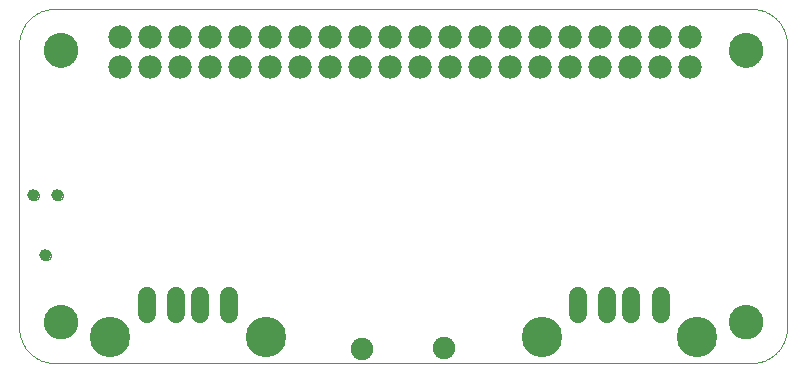
<source format=gbs>
G04 EAGLE Gerber RS-274X export*
G75*
%MOMM*%
%FSLAX34Y34*%
%LPD*%
%INBottom solder mask*%
%IPPOS*%
%AMOC8*
5,1,8,0,0,1.08239X$1,22.5*%
G01*
%ADD10C,0.000000*%
%ADD11C,2.901600*%
%ADD12C,1.901600*%
%ADD13C,1.559600*%
%ADD14C,3.417600*%
%ADD15C,1.981200*%
%ADD16C,0.990600*%


D10*
X29993Y49D02*
X619993Y49D01*
X649993Y30049D02*
X649993Y270000D01*
X619993Y300000D02*
X29993Y300000D01*
X-7Y270000D02*
X-7Y30049D01*
X2Y29324D01*
X28Y28600D01*
X72Y27876D01*
X133Y27154D01*
X212Y26433D01*
X308Y25714D01*
X421Y24998D01*
X552Y24285D01*
X700Y23575D01*
X865Y22870D01*
X1047Y22168D01*
X1246Y21471D01*
X1461Y20778D01*
X1694Y20092D01*
X1943Y19411D01*
X2208Y18736D01*
X2489Y18068D01*
X2787Y17407D01*
X3100Y16753D01*
X3429Y16107D01*
X3774Y15469D01*
X4134Y14840D01*
X4509Y14220D01*
X4899Y13609D01*
X5303Y13007D01*
X5722Y12415D01*
X6156Y11834D01*
X6603Y11263D01*
X7064Y10704D01*
X7538Y10155D01*
X8025Y9619D01*
X8525Y9094D01*
X9038Y8581D01*
X9563Y8081D01*
X10099Y7594D01*
X10648Y7120D01*
X11207Y6659D01*
X11778Y6212D01*
X12359Y5778D01*
X12951Y5359D01*
X13553Y4955D01*
X14164Y4565D01*
X14784Y4190D01*
X15413Y3830D01*
X16051Y3485D01*
X16697Y3156D01*
X17351Y2843D01*
X18012Y2545D01*
X18680Y2264D01*
X19355Y1999D01*
X20036Y1750D01*
X20722Y1517D01*
X21415Y1302D01*
X22112Y1103D01*
X22814Y921D01*
X23519Y756D01*
X24229Y608D01*
X24942Y477D01*
X25658Y364D01*
X26377Y268D01*
X27098Y189D01*
X27820Y128D01*
X28544Y84D01*
X29268Y58D01*
X29993Y49D01*
X619993Y49D02*
X620718Y58D01*
X621442Y84D01*
X622166Y128D01*
X622888Y189D01*
X623609Y268D01*
X624328Y364D01*
X625044Y477D01*
X625757Y608D01*
X626467Y756D01*
X627172Y921D01*
X627874Y1103D01*
X628571Y1302D01*
X629264Y1517D01*
X629950Y1750D01*
X630631Y1999D01*
X631306Y2264D01*
X631974Y2545D01*
X632635Y2843D01*
X633289Y3156D01*
X633935Y3485D01*
X634573Y3830D01*
X635202Y4190D01*
X635822Y4565D01*
X636433Y4955D01*
X637035Y5359D01*
X637627Y5778D01*
X638208Y6212D01*
X638779Y6659D01*
X639338Y7120D01*
X639887Y7594D01*
X640423Y8081D01*
X640948Y8581D01*
X641461Y9094D01*
X641961Y9619D01*
X642448Y10155D01*
X642922Y10704D01*
X643383Y11263D01*
X643830Y11834D01*
X644264Y12415D01*
X644683Y13007D01*
X645087Y13609D01*
X645477Y14220D01*
X645852Y14840D01*
X646212Y15469D01*
X646557Y16107D01*
X646886Y16753D01*
X647199Y17407D01*
X647497Y18068D01*
X647778Y18736D01*
X648043Y19411D01*
X648292Y20092D01*
X648525Y20778D01*
X648740Y21471D01*
X648939Y22168D01*
X649121Y22870D01*
X649286Y23575D01*
X649434Y24285D01*
X649565Y24998D01*
X649678Y25714D01*
X649774Y26433D01*
X649853Y27154D01*
X649914Y27876D01*
X649958Y28600D01*
X649984Y29324D01*
X649993Y30049D01*
X649993Y270000D02*
X649984Y270725D01*
X649958Y271449D01*
X649914Y272173D01*
X649853Y272895D01*
X649774Y273616D01*
X649678Y274335D01*
X649565Y275051D01*
X649434Y275764D01*
X649286Y276474D01*
X649121Y277179D01*
X648939Y277881D01*
X648740Y278578D01*
X648525Y279271D01*
X648292Y279957D01*
X648043Y280638D01*
X647778Y281313D01*
X647497Y281981D01*
X647199Y282642D01*
X646886Y283296D01*
X646557Y283942D01*
X646212Y284580D01*
X645852Y285209D01*
X645477Y285829D01*
X645087Y286440D01*
X644683Y287042D01*
X644264Y287634D01*
X643830Y288215D01*
X643383Y288786D01*
X642922Y289345D01*
X642448Y289894D01*
X641961Y290430D01*
X641461Y290955D01*
X640948Y291468D01*
X640423Y291968D01*
X639887Y292455D01*
X639338Y292929D01*
X638779Y293390D01*
X638208Y293837D01*
X637627Y294271D01*
X637035Y294690D01*
X636433Y295094D01*
X635822Y295484D01*
X635202Y295859D01*
X634573Y296219D01*
X633935Y296564D01*
X633289Y296893D01*
X632635Y297206D01*
X631974Y297504D01*
X631306Y297785D01*
X630631Y298050D01*
X629950Y298299D01*
X629264Y298532D01*
X628571Y298747D01*
X627874Y298946D01*
X627172Y299128D01*
X626467Y299293D01*
X625757Y299441D01*
X625044Y299572D01*
X624328Y299685D01*
X623609Y299781D01*
X622888Y299860D01*
X622166Y299921D01*
X621442Y299965D01*
X620718Y299991D01*
X619993Y300000D01*
X29993Y300000D02*
X29268Y299991D01*
X28544Y299965D01*
X27820Y299921D01*
X27098Y299860D01*
X26377Y299781D01*
X25658Y299685D01*
X24942Y299572D01*
X24229Y299441D01*
X23519Y299293D01*
X22814Y299128D01*
X22112Y298946D01*
X21415Y298747D01*
X20722Y298532D01*
X20036Y298299D01*
X19355Y298050D01*
X18680Y297785D01*
X18012Y297504D01*
X17351Y297206D01*
X16697Y296893D01*
X16051Y296564D01*
X15413Y296219D01*
X14784Y295859D01*
X14164Y295484D01*
X13553Y295094D01*
X12951Y294690D01*
X12359Y294271D01*
X11778Y293837D01*
X11207Y293390D01*
X10648Y292929D01*
X10099Y292455D01*
X9563Y291968D01*
X9038Y291468D01*
X8525Y290955D01*
X8025Y290430D01*
X7538Y289894D01*
X7064Y289345D01*
X6603Y288786D01*
X6156Y288215D01*
X5722Y287634D01*
X5303Y287042D01*
X4899Y286440D01*
X4509Y285829D01*
X4134Y285209D01*
X3774Y284580D01*
X3429Y283942D01*
X3100Y283296D01*
X2787Y282642D01*
X2489Y281981D01*
X2208Y281313D01*
X1943Y280638D01*
X1694Y279957D01*
X1461Y279271D01*
X1246Y278578D01*
X1047Y277881D01*
X865Y277179D01*
X700Y276474D01*
X552Y275764D01*
X421Y275051D01*
X308Y274335D01*
X212Y273616D01*
X133Y272895D01*
X72Y272173D01*
X28Y271449D01*
X2Y270725D01*
X-7Y270000D01*
X20993Y265000D02*
X20997Y265344D01*
X21010Y265687D01*
X21031Y266030D01*
X21060Y266372D01*
X21098Y266714D01*
X21145Y267054D01*
X21199Y267393D01*
X21262Y267731D01*
X21333Y268067D01*
X21413Y268402D01*
X21500Y268734D01*
X21596Y269064D01*
X21700Y269392D01*
X21811Y269716D01*
X21931Y270039D01*
X22059Y270358D01*
X22194Y270673D01*
X22337Y270986D01*
X22488Y271295D01*
X22646Y271600D01*
X22812Y271901D01*
X22985Y272197D01*
X23165Y272490D01*
X23352Y272778D01*
X23547Y273061D01*
X23748Y273340D01*
X23956Y273613D01*
X24171Y273882D01*
X24392Y274144D01*
X24620Y274402D01*
X24854Y274654D01*
X25094Y274899D01*
X25339Y275139D01*
X25591Y275373D01*
X25849Y275601D01*
X26111Y275822D01*
X26380Y276037D01*
X26653Y276245D01*
X26932Y276446D01*
X27215Y276641D01*
X27503Y276828D01*
X27796Y277008D01*
X28092Y277181D01*
X28393Y277347D01*
X28698Y277505D01*
X29007Y277656D01*
X29320Y277799D01*
X29635Y277934D01*
X29954Y278062D01*
X30277Y278182D01*
X30601Y278293D01*
X30929Y278397D01*
X31259Y278493D01*
X31591Y278580D01*
X31926Y278660D01*
X32262Y278731D01*
X32600Y278794D01*
X32939Y278848D01*
X33279Y278895D01*
X33621Y278933D01*
X33963Y278962D01*
X34306Y278983D01*
X34649Y278996D01*
X34993Y279000D01*
X35337Y278996D01*
X35680Y278983D01*
X36023Y278962D01*
X36365Y278933D01*
X36707Y278895D01*
X37047Y278848D01*
X37386Y278794D01*
X37724Y278731D01*
X38060Y278660D01*
X38395Y278580D01*
X38727Y278493D01*
X39057Y278397D01*
X39385Y278293D01*
X39709Y278182D01*
X40032Y278062D01*
X40351Y277934D01*
X40666Y277799D01*
X40979Y277656D01*
X41288Y277505D01*
X41593Y277347D01*
X41894Y277181D01*
X42190Y277008D01*
X42483Y276828D01*
X42771Y276641D01*
X43054Y276446D01*
X43333Y276245D01*
X43606Y276037D01*
X43875Y275822D01*
X44137Y275601D01*
X44395Y275373D01*
X44647Y275139D01*
X44892Y274899D01*
X45132Y274654D01*
X45366Y274402D01*
X45594Y274144D01*
X45815Y273882D01*
X46030Y273613D01*
X46238Y273340D01*
X46439Y273061D01*
X46634Y272778D01*
X46821Y272490D01*
X47001Y272197D01*
X47174Y271901D01*
X47340Y271600D01*
X47498Y271295D01*
X47649Y270986D01*
X47792Y270673D01*
X47927Y270358D01*
X48055Y270039D01*
X48175Y269716D01*
X48286Y269392D01*
X48390Y269064D01*
X48486Y268734D01*
X48573Y268402D01*
X48653Y268067D01*
X48724Y267731D01*
X48787Y267393D01*
X48841Y267054D01*
X48888Y266714D01*
X48926Y266372D01*
X48955Y266030D01*
X48976Y265687D01*
X48989Y265344D01*
X48993Y265000D01*
X48989Y264656D01*
X48976Y264313D01*
X48955Y263970D01*
X48926Y263628D01*
X48888Y263286D01*
X48841Y262946D01*
X48787Y262607D01*
X48724Y262269D01*
X48653Y261933D01*
X48573Y261598D01*
X48486Y261266D01*
X48390Y260936D01*
X48286Y260608D01*
X48175Y260284D01*
X48055Y259961D01*
X47927Y259642D01*
X47792Y259327D01*
X47649Y259014D01*
X47498Y258705D01*
X47340Y258400D01*
X47174Y258099D01*
X47001Y257803D01*
X46821Y257510D01*
X46634Y257222D01*
X46439Y256939D01*
X46238Y256660D01*
X46030Y256387D01*
X45815Y256118D01*
X45594Y255856D01*
X45366Y255598D01*
X45132Y255346D01*
X44892Y255101D01*
X44647Y254861D01*
X44395Y254627D01*
X44137Y254399D01*
X43875Y254178D01*
X43606Y253963D01*
X43333Y253755D01*
X43054Y253554D01*
X42771Y253359D01*
X42483Y253172D01*
X42190Y252992D01*
X41894Y252819D01*
X41593Y252653D01*
X41288Y252495D01*
X40979Y252344D01*
X40666Y252201D01*
X40351Y252066D01*
X40032Y251938D01*
X39709Y251818D01*
X39385Y251707D01*
X39057Y251603D01*
X38727Y251507D01*
X38395Y251420D01*
X38060Y251340D01*
X37724Y251269D01*
X37386Y251206D01*
X37047Y251152D01*
X36707Y251105D01*
X36365Y251067D01*
X36023Y251038D01*
X35680Y251017D01*
X35337Y251004D01*
X34993Y251000D01*
X34649Y251004D01*
X34306Y251017D01*
X33963Y251038D01*
X33621Y251067D01*
X33279Y251105D01*
X32939Y251152D01*
X32600Y251206D01*
X32262Y251269D01*
X31926Y251340D01*
X31591Y251420D01*
X31259Y251507D01*
X30929Y251603D01*
X30601Y251707D01*
X30277Y251818D01*
X29954Y251938D01*
X29635Y252066D01*
X29320Y252201D01*
X29007Y252344D01*
X28698Y252495D01*
X28393Y252653D01*
X28092Y252819D01*
X27796Y252992D01*
X27503Y253172D01*
X27215Y253359D01*
X26932Y253554D01*
X26653Y253755D01*
X26380Y253963D01*
X26111Y254178D01*
X25849Y254399D01*
X25591Y254627D01*
X25339Y254861D01*
X25094Y255101D01*
X24854Y255346D01*
X24620Y255598D01*
X24392Y255856D01*
X24171Y256118D01*
X23956Y256387D01*
X23748Y256660D01*
X23547Y256939D01*
X23352Y257222D01*
X23165Y257510D01*
X22985Y257803D01*
X22812Y258099D01*
X22646Y258400D01*
X22488Y258705D01*
X22337Y259014D01*
X22194Y259327D01*
X22059Y259642D01*
X21931Y259961D01*
X21811Y260284D01*
X21700Y260608D01*
X21596Y260936D01*
X21500Y261266D01*
X21413Y261598D01*
X21333Y261933D01*
X21262Y262269D01*
X21199Y262607D01*
X21145Y262946D01*
X21098Y263286D01*
X21060Y263628D01*
X21031Y263970D01*
X21010Y264313D01*
X20997Y264656D01*
X20993Y265000D01*
D11*
X34993Y265000D03*
D10*
X600993Y265000D02*
X600997Y265344D01*
X601010Y265687D01*
X601031Y266030D01*
X601060Y266372D01*
X601098Y266714D01*
X601145Y267054D01*
X601199Y267393D01*
X601262Y267731D01*
X601333Y268067D01*
X601413Y268402D01*
X601500Y268734D01*
X601596Y269064D01*
X601700Y269392D01*
X601811Y269716D01*
X601931Y270039D01*
X602059Y270358D01*
X602194Y270673D01*
X602337Y270986D01*
X602488Y271295D01*
X602646Y271600D01*
X602812Y271901D01*
X602985Y272197D01*
X603165Y272490D01*
X603352Y272778D01*
X603547Y273061D01*
X603748Y273340D01*
X603956Y273613D01*
X604171Y273882D01*
X604392Y274144D01*
X604620Y274402D01*
X604854Y274654D01*
X605094Y274899D01*
X605339Y275139D01*
X605591Y275373D01*
X605849Y275601D01*
X606111Y275822D01*
X606380Y276037D01*
X606653Y276245D01*
X606932Y276446D01*
X607215Y276641D01*
X607503Y276828D01*
X607796Y277008D01*
X608092Y277181D01*
X608393Y277347D01*
X608698Y277505D01*
X609007Y277656D01*
X609320Y277799D01*
X609635Y277934D01*
X609954Y278062D01*
X610277Y278182D01*
X610601Y278293D01*
X610929Y278397D01*
X611259Y278493D01*
X611591Y278580D01*
X611926Y278660D01*
X612262Y278731D01*
X612600Y278794D01*
X612939Y278848D01*
X613279Y278895D01*
X613621Y278933D01*
X613963Y278962D01*
X614306Y278983D01*
X614649Y278996D01*
X614993Y279000D01*
X615337Y278996D01*
X615680Y278983D01*
X616023Y278962D01*
X616365Y278933D01*
X616707Y278895D01*
X617047Y278848D01*
X617386Y278794D01*
X617724Y278731D01*
X618060Y278660D01*
X618395Y278580D01*
X618727Y278493D01*
X619057Y278397D01*
X619385Y278293D01*
X619709Y278182D01*
X620032Y278062D01*
X620351Y277934D01*
X620666Y277799D01*
X620979Y277656D01*
X621288Y277505D01*
X621593Y277347D01*
X621894Y277181D01*
X622190Y277008D01*
X622483Y276828D01*
X622771Y276641D01*
X623054Y276446D01*
X623333Y276245D01*
X623606Y276037D01*
X623875Y275822D01*
X624137Y275601D01*
X624395Y275373D01*
X624647Y275139D01*
X624892Y274899D01*
X625132Y274654D01*
X625366Y274402D01*
X625594Y274144D01*
X625815Y273882D01*
X626030Y273613D01*
X626238Y273340D01*
X626439Y273061D01*
X626634Y272778D01*
X626821Y272490D01*
X627001Y272197D01*
X627174Y271901D01*
X627340Y271600D01*
X627498Y271295D01*
X627649Y270986D01*
X627792Y270673D01*
X627927Y270358D01*
X628055Y270039D01*
X628175Y269716D01*
X628286Y269392D01*
X628390Y269064D01*
X628486Y268734D01*
X628573Y268402D01*
X628653Y268067D01*
X628724Y267731D01*
X628787Y267393D01*
X628841Y267054D01*
X628888Y266714D01*
X628926Y266372D01*
X628955Y266030D01*
X628976Y265687D01*
X628989Y265344D01*
X628993Y265000D01*
X628989Y264656D01*
X628976Y264313D01*
X628955Y263970D01*
X628926Y263628D01*
X628888Y263286D01*
X628841Y262946D01*
X628787Y262607D01*
X628724Y262269D01*
X628653Y261933D01*
X628573Y261598D01*
X628486Y261266D01*
X628390Y260936D01*
X628286Y260608D01*
X628175Y260284D01*
X628055Y259961D01*
X627927Y259642D01*
X627792Y259327D01*
X627649Y259014D01*
X627498Y258705D01*
X627340Y258400D01*
X627174Y258099D01*
X627001Y257803D01*
X626821Y257510D01*
X626634Y257222D01*
X626439Y256939D01*
X626238Y256660D01*
X626030Y256387D01*
X625815Y256118D01*
X625594Y255856D01*
X625366Y255598D01*
X625132Y255346D01*
X624892Y255101D01*
X624647Y254861D01*
X624395Y254627D01*
X624137Y254399D01*
X623875Y254178D01*
X623606Y253963D01*
X623333Y253755D01*
X623054Y253554D01*
X622771Y253359D01*
X622483Y253172D01*
X622190Y252992D01*
X621894Y252819D01*
X621593Y252653D01*
X621288Y252495D01*
X620979Y252344D01*
X620666Y252201D01*
X620351Y252066D01*
X620032Y251938D01*
X619709Y251818D01*
X619385Y251707D01*
X619057Y251603D01*
X618727Y251507D01*
X618395Y251420D01*
X618060Y251340D01*
X617724Y251269D01*
X617386Y251206D01*
X617047Y251152D01*
X616707Y251105D01*
X616365Y251067D01*
X616023Y251038D01*
X615680Y251017D01*
X615337Y251004D01*
X614993Y251000D01*
X614649Y251004D01*
X614306Y251017D01*
X613963Y251038D01*
X613621Y251067D01*
X613279Y251105D01*
X612939Y251152D01*
X612600Y251206D01*
X612262Y251269D01*
X611926Y251340D01*
X611591Y251420D01*
X611259Y251507D01*
X610929Y251603D01*
X610601Y251707D01*
X610277Y251818D01*
X609954Y251938D01*
X609635Y252066D01*
X609320Y252201D01*
X609007Y252344D01*
X608698Y252495D01*
X608393Y252653D01*
X608092Y252819D01*
X607796Y252992D01*
X607503Y253172D01*
X607215Y253359D01*
X606932Y253554D01*
X606653Y253755D01*
X606380Y253963D01*
X606111Y254178D01*
X605849Y254399D01*
X605591Y254627D01*
X605339Y254861D01*
X605094Y255101D01*
X604854Y255346D01*
X604620Y255598D01*
X604392Y255856D01*
X604171Y256118D01*
X603956Y256387D01*
X603748Y256660D01*
X603547Y256939D01*
X603352Y257222D01*
X603165Y257510D01*
X602985Y257803D01*
X602812Y258099D01*
X602646Y258400D01*
X602488Y258705D01*
X602337Y259014D01*
X602194Y259327D01*
X602059Y259642D01*
X601931Y259961D01*
X601811Y260284D01*
X601700Y260608D01*
X601596Y260936D01*
X601500Y261266D01*
X601413Y261598D01*
X601333Y261933D01*
X601262Y262269D01*
X601199Y262607D01*
X601145Y262946D01*
X601098Y263286D01*
X601060Y263628D01*
X601031Y263970D01*
X601010Y264313D01*
X600997Y264656D01*
X600993Y265000D01*
D11*
X614993Y265000D03*
D10*
X20993Y35049D02*
X20997Y35393D01*
X21010Y35736D01*
X21031Y36079D01*
X21060Y36421D01*
X21098Y36763D01*
X21145Y37103D01*
X21199Y37442D01*
X21262Y37780D01*
X21333Y38116D01*
X21413Y38451D01*
X21500Y38783D01*
X21596Y39113D01*
X21700Y39441D01*
X21811Y39765D01*
X21931Y40088D01*
X22059Y40407D01*
X22194Y40722D01*
X22337Y41035D01*
X22488Y41344D01*
X22646Y41649D01*
X22812Y41950D01*
X22985Y42246D01*
X23165Y42539D01*
X23352Y42827D01*
X23547Y43110D01*
X23748Y43389D01*
X23956Y43662D01*
X24171Y43931D01*
X24392Y44193D01*
X24620Y44451D01*
X24854Y44703D01*
X25094Y44948D01*
X25339Y45188D01*
X25591Y45422D01*
X25849Y45650D01*
X26111Y45871D01*
X26380Y46086D01*
X26653Y46294D01*
X26932Y46495D01*
X27215Y46690D01*
X27503Y46877D01*
X27796Y47057D01*
X28092Y47230D01*
X28393Y47396D01*
X28698Y47554D01*
X29007Y47705D01*
X29320Y47848D01*
X29635Y47983D01*
X29954Y48111D01*
X30277Y48231D01*
X30601Y48342D01*
X30929Y48446D01*
X31259Y48542D01*
X31591Y48629D01*
X31926Y48709D01*
X32262Y48780D01*
X32600Y48843D01*
X32939Y48897D01*
X33279Y48944D01*
X33621Y48982D01*
X33963Y49011D01*
X34306Y49032D01*
X34649Y49045D01*
X34993Y49049D01*
X35337Y49045D01*
X35680Y49032D01*
X36023Y49011D01*
X36365Y48982D01*
X36707Y48944D01*
X37047Y48897D01*
X37386Y48843D01*
X37724Y48780D01*
X38060Y48709D01*
X38395Y48629D01*
X38727Y48542D01*
X39057Y48446D01*
X39385Y48342D01*
X39709Y48231D01*
X40032Y48111D01*
X40351Y47983D01*
X40666Y47848D01*
X40979Y47705D01*
X41288Y47554D01*
X41593Y47396D01*
X41894Y47230D01*
X42190Y47057D01*
X42483Y46877D01*
X42771Y46690D01*
X43054Y46495D01*
X43333Y46294D01*
X43606Y46086D01*
X43875Y45871D01*
X44137Y45650D01*
X44395Y45422D01*
X44647Y45188D01*
X44892Y44948D01*
X45132Y44703D01*
X45366Y44451D01*
X45594Y44193D01*
X45815Y43931D01*
X46030Y43662D01*
X46238Y43389D01*
X46439Y43110D01*
X46634Y42827D01*
X46821Y42539D01*
X47001Y42246D01*
X47174Y41950D01*
X47340Y41649D01*
X47498Y41344D01*
X47649Y41035D01*
X47792Y40722D01*
X47927Y40407D01*
X48055Y40088D01*
X48175Y39765D01*
X48286Y39441D01*
X48390Y39113D01*
X48486Y38783D01*
X48573Y38451D01*
X48653Y38116D01*
X48724Y37780D01*
X48787Y37442D01*
X48841Y37103D01*
X48888Y36763D01*
X48926Y36421D01*
X48955Y36079D01*
X48976Y35736D01*
X48989Y35393D01*
X48993Y35049D01*
X48989Y34705D01*
X48976Y34362D01*
X48955Y34019D01*
X48926Y33677D01*
X48888Y33335D01*
X48841Y32995D01*
X48787Y32656D01*
X48724Y32318D01*
X48653Y31982D01*
X48573Y31647D01*
X48486Y31315D01*
X48390Y30985D01*
X48286Y30657D01*
X48175Y30333D01*
X48055Y30010D01*
X47927Y29691D01*
X47792Y29376D01*
X47649Y29063D01*
X47498Y28754D01*
X47340Y28449D01*
X47174Y28148D01*
X47001Y27852D01*
X46821Y27559D01*
X46634Y27271D01*
X46439Y26988D01*
X46238Y26709D01*
X46030Y26436D01*
X45815Y26167D01*
X45594Y25905D01*
X45366Y25647D01*
X45132Y25395D01*
X44892Y25150D01*
X44647Y24910D01*
X44395Y24676D01*
X44137Y24448D01*
X43875Y24227D01*
X43606Y24012D01*
X43333Y23804D01*
X43054Y23603D01*
X42771Y23408D01*
X42483Y23221D01*
X42190Y23041D01*
X41894Y22868D01*
X41593Y22702D01*
X41288Y22544D01*
X40979Y22393D01*
X40666Y22250D01*
X40351Y22115D01*
X40032Y21987D01*
X39709Y21867D01*
X39385Y21756D01*
X39057Y21652D01*
X38727Y21556D01*
X38395Y21469D01*
X38060Y21389D01*
X37724Y21318D01*
X37386Y21255D01*
X37047Y21201D01*
X36707Y21154D01*
X36365Y21116D01*
X36023Y21087D01*
X35680Y21066D01*
X35337Y21053D01*
X34993Y21049D01*
X34649Y21053D01*
X34306Y21066D01*
X33963Y21087D01*
X33621Y21116D01*
X33279Y21154D01*
X32939Y21201D01*
X32600Y21255D01*
X32262Y21318D01*
X31926Y21389D01*
X31591Y21469D01*
X31259Y21556D01*
X30929Y21652D01*
X30601Y21756D01*
X30277Y21867D01*
X29954Y21987D01*
X29635Y22115D01*
X29320Y22250D01*
X29007Y22393D01*
X28698Y22544D01*
X28393Y22702D01*
X28092Y22868D01*
X27796Y23041D01*
X27503Y23221D01*
X27215Y23408D01*
X26932Y23603D01*
X26653Y23804D01*
X26380Y24012D01*
X26111Y24227D01*
X25849Y24448D01*
X25591Y24676D01*
X25339Y24910D01*
X25094Y25150D01*
X24854Y25395D01*
X24620Y25647D01*
X24392Y25905D01*
X24171Y26167D01*
X23956Y26436D01*
X23748Y26709D01*
X23547Y26988D01*
X23352Y27271D01*
X23165Y27559D01*
X22985Y27852D01*
X22812Y28148D01*
X22646Y28449D01*
X22488Y28754D01*
X22337Y29063D01*
X22194Y29376D01*
X22059Y29691D01*
X21931Y30010D01*
X21811Y30333D01*
X21700Y30657D01*
X21596Y30985D01*
X21500Y31315D01*
X21413Y31647D01*
X21333Y31982D01*
X21262Y32318D01*
X21199Y32656D01*
X21145Y32995D01*
X21098Y33335D01*
X21060Y33677D01*
X21031Y34019D01*
X21010Y34362D01*
X20997Y34705D01*
X20993Y35049D01*
D11*
X34993Y35049D03*
D10*
X600993Y35049D02*
X600997Y35393D01*
X601010Y35736D01*
X601031Y36079D01*
X601060Y36421D01*
X601098Y36763D01*
X601145Y37103D01*
X601199Y37442D01*
X601262Y37780D01*
X601333Y38116D01*
X601413Y38451D01*
X601500Y38783D01*
X601596Y39113D01*
X601700Y39441D01*
X601811Y39765D01*
X601931Y40088D01*
X602059Y40407D01*
X602194Y40722D01*
X602337Y41035D01*
X602488Y41344D01*
X602646Y41649D01*
X602812Y41950D01*
X602985Y42246D01*
X603165Y42539D01*
X603352Y42827D01*
X603547Y43110D01*
X603748Y43389D01*
X603956Y43662D01*
X604171Y43931D01*
X604392Y44193D01*
X604620Y44451D01*
X604854Y44703D01*
X605094Y44948D01*
X605339Y45188D01*
X605591Y45422D01*
X605849Y45650D01*
X606111Y45871D01*
X606380Y46086D01*
X606653Y46294D01*
X606932Y46495D01*
X607215Y46690D01*
X607503Y46877D01*
X607796Y47057D01*
X608092Y47230D01*
X608393Y47396D01*
X608698Y47554D01*
X609007Y47705D01*
X609320Y47848D01*
X609635Y47983D01*
X609954Y48111D01*
X610277Y48231D01*
X610601Y48342D01*
X610929Y48446D01*
X611259Y48542D01*
X611591Y48629D01*
X611926Y48709D01*
X612262Y48780D01*
X612600Y48843D01*
X612939Y48897D01*
X613279Y48944D01*
X613621Y48982D01*
X613963Y49011D01*
X614306Y49032D01*
X614649Y49045D01*
X614993Y49049D01*
X615337Y49045D01*
X615680Y49032D01*
X616023Y49011D01*
X616365Y48982D01*
X616707Y48944D01*
X617047Y48897D01*
X617386Y48843D01*
X617724Y48780D01*
X618060Y48709D01*
X618395Y48629D01*
X618727Y48542D01*
X619057Y48446D01*
X619385Y48342D01*
X619709Y48231D01*
X620032Y48111D01*
X620351Y47983D01*
X620666Y47848D01*
X620979Y47705D01*
X621288Y47554D01*
X621593Y47396D01*
X621894Y47230D01*
X622190Y47057D01*
X622483Y46877D01*
X622771Y46690D01*
X623054Y46495D01*
X623333Y46294D01*
X623606Y46086D01*
X623875Y45871D01*
X624137Y45650D01*
X624395Y45422D01*
X624647Y45188D01*
X624892Y44948D01*
X625132Y44703D01*
X625366Y44451D01*
X625594Y44193D01*
X625815Y43931D01*
X626030Y43662D01*
X626238Y43389D01*
X626439Y43110D01*
X626634Y42827D01*
X626821Y42539D01*
X627001Y42246D01*
X627174Y41950D01*
X627340Y41649D01*
X627498Y41344D01*
X627649Y41035D01*
X627792Y40722D01*
X627927Y40407D01*
X628055Y40088D01*
X628175Y39765D01*
X628286Y39441D01*
X628390Y39113D01*
X628486Y38783D01*
X628573Y38451D01*
X628653Y38116D01*
X628724Y37780D01*
X628787Y37442D01*
X628841Y37103D01*
X628888Y36763D01*
X628926Y36421D01*
X628955Y36079D01*
X628976Y35736D01*
X628989Y35393D01*
X628993Y35049D01*
X628989Y34705D01*
X628976Y34362D01*
X628955Y34019D01*
X628926Y33677D01*
X628888Y33335D01*
X628841Y32995D01*
X628787Y32656D01*
X628724Y32318D01*
X628653Y31982D01*
X628573Y31647D01*
X628486Y31315D01*
X628390Y30985D01*
X628286Y30657D01*
X628175Y30333D01*
X628055Y30010D01*
X627927Y29691D01*
X627792Y29376D01*
X627649Y29063D01*
X627498Y28754D01*
X627340Y28449D01*
X627174Y28148D01*
X627001Y27852D01*
X626821Y27559D01*
X626634Y27271D01*
X626439Y26988D01*
X626238Y26709D01*
X626030Y26436D01*
X625815Y26167D01*
X625594Y25905D01*
X625366Y25647D01*
X625132Y25395D01*
X624892Y25150D01*
X624647Y24910D01*
X624395Y24676D01*
X624137Y24448D01*
X623875Y24227D01*
X623606Y24012D01*
X623333Y23804D01*
X623054Y23603D01*
X622771Y23408D01*
X622483Y23221D01*
X622190Y23041D01*
X621894Y22868D01*
X621593Y22702D01*
X621288Y22544D01*
X620979Y22393D01*
X620666Y22250D01*
X620351Y22115D01*
X620032Y21987D01*
X619709Y21867D01*
X619385Y21756D01*
X619057Y21652D01*
X618727Y21556D01*
X618395Y21469D01*
X618060Y21389D01*
X617724Y21318D01*
X617386Y21255D01*
X617047Y21201D01*
X616707Y21154D01*
X616365Y21116D01*
X616023Y21087D01*
X615680Y21066D01*
X615337Y21053D01*
X614993Y21049D01*
X614649Y21053D01*
X614306Y21066D01*
X613963Y21087D01*
X613621Y21116D01*
X613279Y21154D01*
X612939Y21201D01*
X612600Y21255D01*
X612262Y21318D01*
X611926Y21389D01*
X611591Y21469D01*
X611259Y21556D01*
X610929Y21652D01*
X610601Y21756D01*
X610277Y21867D01*
X609954Y21987D01*
X609635Y22115D01*
X609320Y22250D01*
X609007Y22393D01*
X608698Y22544D01*
X608393Y22702D01*
X608092Y22868D01*
X607796Y23041D01*
X607503Y23221D01*
X607215Y23408D01*
X606932Y23603D01*
X606653Y23804D01*
X606380Y24012D01*
X606111Y24227D01*
X605849Y24448D01*
X605591Y24676D01*
X605339Y24910D01*
X605094Y25150D01*
X604854Y25395D01*
X604620Y25647D01*
X604392Y25905D01*
X604171Y26167D01*
X603956Y26436D01*
X603748Y26709D01*
X603547Y26988D01*
X603352Y27271D01*
X603165Y27559D01*
X602985Y27852D01*
X602812Y28148D01*
X602646Y28449D01*
X602488Y28754D01*
X602337Y29063D01*
X602194Y29376D01*
X602059Y29691D01*
X601931Y30010D01*
X601811Y30333D01*
X601700Y30657D01*
X601596Y30985D01*
X601500Y31315D01*
X601413Y31647D01*
X601333Y31982D01*
X601262Y32318D01*
X601199Y32656D01*
X601145Y32995D01*
X601098Y33335D01*
X601060Y33677D01*
X601031Y34019D01*
X601010Y34362D01*
X600997Y34705D01*
X600993Y35049D01*
D11*
X614993Y35049D03*
D12*
X289948Y12192D03*
X359798Y12700D03*
D13*
X132875Y42035D02*
X132875Y56615D01*
X152875Y56615D02*
X152875Y42035D01*
X107875Y42035D02*
X107875Y56615D01*
X177875Y56615D02*
X177875Y42035D01*
D14*
X77175Y22225D03*
X208575Y22225D03*
D13*
X498000Y42035D02*
X498000Y56615D01*
X518000Y56615D02*
X518000Y42035D01*
X473000Y42035D02*
X473000Y56615D01*
X543000Y56615D02*
X543000Y42035D01*
D14*
X442300Y22225D03*
X573700Y22225D03*
D15*
X110700Y276225D03*
X136100Y276225D03*
X161500Y276225D03*
X186900Y276225D03*
X212300Y276225D03*
X237700Y276225D03*
X263100Y276225D03*
X288500Y276225D03*
X313900Y276225D03*
X339300Y276225D03*
X364700Y276225D03*
X390100Y276225D03*
X415500Y276225D03*
X440900Y276225D03*
X466400Y276225D03*
X491700Y276225D03*
X517100Y276225D03*
X542500Y276225D03*
X567900Y276225D03*
X110700Y250825D03*
X136100Y250825D03*
X161500Y250825D03*
X186900Y250825D03*
X212300Y250825D03*
X237700Y250825D03*
X263100Y250825D03*
X288500Y250825D03*
X313900Y250825D03*
X339300Y250825D03*
X364700Y250825D03*
X390100Y250825D03*
X415500Y250825D03*
X440900Y250825D03*
X466300Y250825D03*
X491700Y250825D03*
X517100Y250825D03*
X542500Y250825D03*
X567900Y250825D03*
X85300Y276225D03*
X85300Y250825D03*
D10*
X17780Y91440D02*
X17782Y91573D01*
X17788Y91706D01*
X17798Y91838D01*
X17812Y91971D01*
X17830Y92102D01*
X17851Y92234D01*
X17877Y92364D01*
X17907Y92494D01*
X17940Y92623D01*
X17977Y92750D01*
X18019Y92877D01*
X18063Y93002D01*
X18112Y93126D01*
X18164Y93248D01*
X18220Y93369D01*
X18280Y93488D01*
X18343Y93605D01*
X18409Y93720D01*
X18479Y93833D01*
X18552Y93944D01*
X18629Y94053D01*
X18709Y94159D01*
X18792Y94263D01*
X18878Y94365D01*
X18967Y94463D01*
X19058Y94559D01*
X19153Y94653D01*
X19251Y94743D01*
X19351Y94831D01*
X19454Y94915D01*
X19559Y94997D01*
X19666Y95075D01*
X19776Y95150D01*
X19888Y95221D01*
X20003Y95289D01*
X20119Y95354D01*
X20237Y95416D01*
X20357Y95473D01*
X20478Y95527D01*
X20601Y95578D01*
X20726Y95624D01*
X20851Y95667D01*
X20979Y95707D01*
X21107Y95742D01*
X21236Y95774D01*
X21366Y95801D01*
X21497Y95825D01*
X21628Y95845D01*
X21760Y95861D01*
X21893Y95873D01*
X22026Y95881D01*
X22159Y95885D01*
X22291Y95885D01*
X22424Y95881D01*
X22557Y95873D01*
X22690Y95861D01*
X22822Y95845D01*
X22953Y95825D01*
X23084Y95801D01*
X23214Y95774D01*
X23343Y95742D01*
X23471Y95707D01*
X23599Y95667D01*
X23724Y95624D01*
X23849Y95578D01*
X23972Y95527D01*
X24093Y95473D01*
X24213Y95416D01*
X24331Y95354D01*
X24448Y95289D01*
X24562Y95221D01*
X24674Y95150D01*
X24784Y95075D01*
X24891Y94997D01*
X24996Y94915D01*
X25099Y94831D01*
X25199Y94743D01*
X25297Y94653D01*
X25392Y94559D01*
X25483Y94463D01*
X25572Y94365D01*
X25658Y94263D01*
X25741Y94159D01*
X25821Y94053D01*
X25898Y93944D01*
X25971Y93833D01*
X26041Y93720D01*
X26107Y93605D01*
X26170Y93488D01*
X26230Y93369D01*
X26286Y93248D01*
X26338Y93126D01*
X26387Y93002D01*
X26431Y92877D01*
X26473Y92750D01*
X26510Y92623D01*
X26543Y92494D01*
X26573Y92364D01*
X26599Y92234D01*
X26620Y92102D01*
X26638Y91971D01*
X26652Y91838D01*
X26662Y91706D01*
X26668Y91573D01*
X26670Y91440D01*
X26668Y91307D01*
X26662Y91174D01*
X26652Y91042D01*
X26638Y90909D01*
X26620Y90778D01*
X26599Y90646D01*
X26573Y90516D01*
X26543Y90386D01*
X26510Y90257D01*
X26473Y90130D01*
X26431Y90003D01*
X26387Y89878D01*
X26338Y89754D01*
X26286Y89632D01*
X26230Y89511D01*
X26170Y89392D01*
X26107Y89275D01*
X26041Y89160D01*
X25971Y89047D01*
X25898Y88936D01*
X25821Y88827D01*
X25741Y88721D01*
X25658Y88617D01*
X25572Y88515D01*
X25483Y88417D01*
X25392Y88321D01*
X25297Y88227D01*
X25199Y88137D01*
X25099Y88049D01*
X24996Y87965D01*
X24891Y87883D01*
X24784Y87805D01*
X24674Y87730D01*
X24562Y87659D01*
X24447Y87591D01*
X24331Y87526D01*
X24213Y87464D01*
X24093Y87407D01*
X23972Y87353D01*
X23849Y87302D01*
X23724Y87256D01*
X23599Y87213D01*
X23471Y87173D01*
X23343Y87138D01*
X23214Y87106D01*
X23084Y87079D01*
X22953Y87055D01*
X22822Y87035D01*
X22690Y87019D01*
X22557Y87007D01*
X22424Y86999D01*
X22291Y86995D01*
X22159Y86995D01*
X22026Y86999D01*
X21893Y87007D01*
X21760Y87019D01*
X21628Y87035D01*
X21497Y87055D01*
X21366Y87079D01*
X21236Y87106D01*
X21107Y87138D01*
X20979Y87173D01*
X20851Y87213D01*
X20726Y87256D01*
X20601Y87302D01*
X20478Y87353D01*
X20357Y87407D01*
X20237Y87464D01*
X20119Y87526D01*
X20002Y87591D01*
X19888Y87659D01*
X19776Y87730D01*
X19666Y87805D01*
X19559Y87883D01*
X19454Y87965D01*
X19351Y88049D01*
X19251Y88137D01*
X19153Y88227D01*
X19058Y88321D01*
X18967Y88417D01*
X18878Y88515D01*
X18792Y88617D01*
X18709Y88721D01*
X18629Y88827D01*
X18552Y88936D01*
X18479Y89047D01*
X18409Y89160D01*
X18343Y89275D01*
X18280Y89392D01*
X18220Y89511D01*
X18164Y89632D01*
X18112Y89754D01*
X18063Y89878D01*
X18019Y90003D01*
X17977Y90130D01*
X17940Y90257D01*
X17907Y90386D01*
X17877Y90516D01*
X17851Y90646D01*
X17830Y90778D01*
X17812Y90909D01*
X17798Y91042D01*
X17788Y91174D01*
X17782Y91307D01*
X17780Y91440D01*
D16*
X22225Y91440D03*
D10*
X27940Y142240D02*
X27942Y142373D01*
X27948Y142506D01*
X27958Y142638D01*
X27972Y142771D01*
X27990Y142902D01*
X28011Y143034D01*
X28037Y143164D01*
X28067Y143294D01*
X28100Y143423D01*
X28137Y143550D01*
X28179Y143677D01*
X28223Y143802D01*
X28272Y143926D01*
X28324Y144048D01*
X28380Y144169D01*
X28440Y144288D01*
X28503Y144405D01*
X28569Y144520D01*
X28639Y144633D01*
X28712Y144744D01*
X28789Y144853D01*
X28869Y144959D01*
X28952Y145063D01*
X29038Y145165D01*
X29127Y145263D01*
X29218Y145359D01*
X29313Y145453D01*
X29411Y145543D01*
X29511Y145631D01*
X29614Y145715D01*
X29719Y145797D01*
X29826Y145875D01*
X29936Y145950D01*
X30048Y146021D01*
X30163Y146089D01*
X30279Y146154D01*
X30397Y146216D01*
X30517Y146273D01*
X30638Y146327D01*
X30761Y146378D01*
X30886Y146424D01*
X31011Y146467D01*
X31139Y146507D01*
X31267Y146542D01*
X31396Y146574D01*
X31526Y146601D01*
X31657Y146625D01*
X31788Y146645D01*
X31920Y146661D01*
X32053Y146673D01*
X32186Y146681D01*
X32319Y146685D01*
X32451Y146685D01*
X32584Y146681D01*
X32717Y146673D01*
X32850Y146661D01*
X32982Y146645D01*
X33113Y146625D01*
X33244Y146601D01*
X33374Y146574D01*
X33503Y146542D01*
X33631Y146507D01*
X33759Y146467D01*
X33884Y146424D01*
X34009Y146378D01*
X34132Y146327D01*
X34253Y146273D01*
X34373Y146216D01*
X34491Y146154D01*
X34608Y146089D01*
X34722Y146021D01*
X34834Y145950D01*
X34944Y145875D01*
X35051Y145797D01*
X35156Y145715D01*
X35259Y145631D01*
X35359Y145543D01*
X35457Y145453D01*
X35552Y145359D01*
X35643Y145263D01*
X35732Y145165D01*
X35818Y145063D01*
X35901Y144959D01*
X35981Y144853D01*
X36058Y144744D01*
X36131Y144633D01*
X36201Y144520D01*
X36267Y144405D01*
X36330Y144288D01*
X36390Y144169D01*
X36446Y144048D01*
X36498Y143926D01*
X36547Y143802D01*
X36591Y143677D01*
X36633Y143550D01*
X36670Y143423D01*
X36703Y143294D01*
X36733Y143164D01*
X36759Y143034D01*
X36780Y142902D01*
X36798Y142771D01*
X36812Y142638D01*
X36822Y142506D01*
X36828Y142373D01*
X36830Y142240D01*
X36828Y142107D01*
X36822Y141974D01*
X36812Y141842D01*
X36798Y141709D01*
X36780Y141578D01*
X36759Y141446D01*
X36733Y141316D01*
X36703Y141186D01*
X36670Y141057D01*
X36633Y140930D01*
X36591Y140803D01*
X36547Y140678D01*
X36498Y140554D01*
X36446Y140432D01*
X36390Y140311D01*
X36330Y140192D01*
X36267Y140075D01*
X36201Y139960D01*
X36131Y139847D01*
X36058Y139736D01*
X35981Y139627D01*
X35901Y139521D01*
X35818Y139417D01*
X35732Y139315D01*
X35643Y139217D01*
X35552Y139121D01*
X35457Y139027D01*
X35359Y138937D01*
X35259Y138849D01*
X35156Y138765D01*
X35051Y138683D01*
X34944Y138605D01*
X34834Y138530D01*
X34722Y138459D01*
X34607Y138391D01*
X34491Y138326D01*
X34373Y138264D01*
X34253Y138207D01*
X34132Y138153D01*
X34009Y138102D01*
X33884Y138056D01*
X33759Y138013D01*
X33631Y137973D01*
X33503Y137938D01*
X33374Y137906D01*
X33244Y137879D01*
X33113Y137855D01*
X32982Y137835D01*
X32850Y137819D01*
X32717Y137807D01*
X32584Y137799D01*
X32451Y137795D01*
X32319Y137795D01*
X32186Y137799D01*
X32053Y137807D01*
X31920Y137819D01*
X31788Y137835D01*
X31657Y137855D01*
X31526Y137879D01*
X31396Y137906D01*
X31267Y137938D01*
X31139Y137973D01*
X31011Y138013D01*
X30886Y138056D01*
X30761Y138102D01*
X30638Y138153D01*
X30517Y138207D01*
X30397Y138264D01*
X30279Y138326D01*
X30162Y138391D01*
X30048Y138459D01*
X29936Y138530D01*
X29826Y138605D01*
X29719Y138683D01*
X29614Y138765D01*
X29511Y138849D01*
X29411Y138937D01*
X29313Y139027D01*
X29218Y139121D01*
X29127Y139217D01*
X29038Y139315D01*
X28952Y139417D01*
X28869Y139521D01*
X28789Y139627D01*
X28712Y139736D01*
X28639Y139847D01*
X28569Y139960D01*
X28503Y140075D01*
X28440Y140192D01*
X28380Y140311D01*
X28324Y140432D01*
X28272Y140554D01*
X28223Y140678D01*
X28179Y140803D01*
X28137Y140930D01*
X28100Y141057D01*
X28067Y141186D01*
X28037Y141316D01*
X28011Y141446D01*
X27990Y141578D01*
X27972Y141709D01*
X27958Y141842D01*
X27948Y141974D01*
X27942Y142107D01*
X27940Y142240D01*
D16*
X32385Y142240D03*
D10*
X7620Y142240D02*
X7622Y142373D01*
X7628Y142506D01*
X7638Y142638D01*
X7652Y142771D01*
X7670Y142902D01*
X7691Y143034D01*
X7717Y143164D01*
X7747Y143294D01*
X7780Y143423D01*
X7817Y143550D01*
X7859Y143677D01*
X7903Y143802D01*
X7952Y143926D01*
X8004Y144048D01*
X8060Y144169D01*
X8120Y144288D01*
X8183Y144405D01*
X8249Y144520D01*
X8319Y144633D01*
X8392Y144744D01*
X8469Y144853D01*
X8549Y144959D01*
X8632Y145063D01*
X8718Y145165D01*
X8807Y145263D01*
X8898Y145359D01*
X8993Y145453D01*
X9091Y145543D01*
X9191Y145631D01*
X9294Y145715D01*
X9399Y145797D01*
X9506Y145875D01*
X9616Y145950D01*
X9728Y146021D01*
X9843Y146089D01*
X9959Y146154D01*
X10077Y146216D01*
X10197Y146273D01*
X10318Y146327D01*
X10441Y146378D01*
X10566Y146424D01*
X10691Y146467D01*
X10819Y146507D01*
X10947Y146542D01*
X11076Y146574D01*
X11206Y146601D01*
X11337Y146625D01*
X11468Y146645D01*
X11600Y146661D01*
X11733Y146673D01*
X11866Y146681D01*
X11999Y146685D01*
X12131Y146685D01*
X12264Y146681D01*
X12397Y146673D01*
X12530Y146661D01*
X12662Y146645D01*
X12793Y146625D01*
X12924Y146601D01*
X13054Y146574D01*
X13183Y146542D01*
X13311Y146507D01*
X13439Y146467D01*
X13564Y146424D01*
X13689Y146378D01*
X13812Y146327D01*
X13933Y146273D01*
X14053Y146216D01*
X14171Y146154D01*
X14288Y146089D01*
X14402Y146021D01*
X14514Y145950D01*
X14624Y145875D01*
X14731Y145797D01*
X14836Y145715D01*
X14939Y145631D01*
X15039Y145543D01*
X15137Y145453D01*
X15232Y145359D01*
X15323Y145263D01*
X15412Y145165D01*
X15498Y145063D01*
X15581Y144959D01*
X15661Y144853D01*
X15738Y144744D01*
X15811Y144633D01*
X15881Y144520D01*
X15947Y144405D01*
X16010Y144288D01*
X16070Y144169D01*
X16126Y144048D01*
X16178Y143926D01*
X16227Y143802D01*
X16271Y143677D01*
X16313Y143550D01*
X16350Y143423D01*
X16383Y143294D01*
X16413Y143164D01*
X16439Y143034D01*
X16460Y142902D01*
X16478Y142771D01*
X16492Y142638D01*
X16502Y142506D01*
X16508Y142373D01*
X16510Y142240D01*
X16508Y142107D01*
X16502Y141974D01*
X16492Y141842D01*
X16478Y141709D01*
X16460Y141578D01*
X16439Y141446D01*
X16413Y141316D01*
X16383Y141186D01*
X16350Y141057D01*
X16313Y140930D01*
X16271Y140803D01*
X16227Y140678D01*
X16178Y140554D01*
X16126Y140432D01*
X16070Y140311D01*
X16010Y140192D01*
X15947Y140075D01*
X15881Y139960D01*
X15811Y139847D01*
X15738Y139736D01*
X15661Y139627D01*
X15581Y139521D01*
X15498Y139417D01*
X15412Y139315D01*
X15323Y139217D01*
X15232Y139121D01*
X15137Y139027D01*
X15039Y138937D01*
X14939Y138849D01*
X14836Y138765D01*
X14731Y138683D01*
X14624Y138605D01*
X14514Y138530D01*
X14402Y138459D01*
X14287Y138391D01*
X14171Y138326D01*
X14053Y138264D01*
X13933Y138207D01*
X13812Y138153D01*
X13689Y138102D01*
X13564Y138056D01*
X13439Y138013D01*
X13311Y137973D01*
X13183Y137938D01*
X13054Y137906D01*
X12924Y137879D01*
X12793Y137855D01*
X12662Y137835D01*
X12530Y137819D01*
X12397Y137807D01*
X12264Y137799D01*
X12131Y137795D01*
X11999Y137795D01*
X11866Y137799D01*
X11733Y137807D01*
X11600Y137819D01*
X11468Y137835D01*
X11337Y137855D01*
X11206Y137879D01*
X11076Y137906D01*
X10947Y137938D01*
X10819Y137973D01*
X10691Y138013D01*
X10566Y138056D01*
X10441Y138102D01*
X10318Y138153D01*
X10197Y138207D01*
X10077Y138264D01*
X9959Y138326D01*
X9842Y138391D01*
X9728Y138459D01*
X9616Y138530D01*
X9506Y138605D01*
X9399Y138683D01*
X9294Y138765D01*
X9191Y138849D01*
X9091Y138937D01*
X8993Y139027D01*
X8898Y139121D01*
X8807Y139217D01*
X8718Y139315D01*
X8632Y139417D01*
X8549Y139521D01*
X8469Y139627D01*
X8392Y139736D01*
X8319Y139847D01*
X8249Y139960D01*
X8183Y140075D01*
X8120Y140192D01*
X8060Y140311D01*
X8004Y140432D01*
X7952Y140554D01*
X7903Y140678D01*
X7859Y140803D01*
X7817Y140930D01*
X7780Y141057D01*
X7747Y141186D01*
X7717Y141316D01*
X7691Y141446D01*
X7670Y141578D01*
X7652Y141709D01*
X7638Y141842D01*
X7628Y141974D01*
X7622Y142107D01*
X7620Y142240D01*
D16*
X12065Y142240D03*
M02*

</source>
